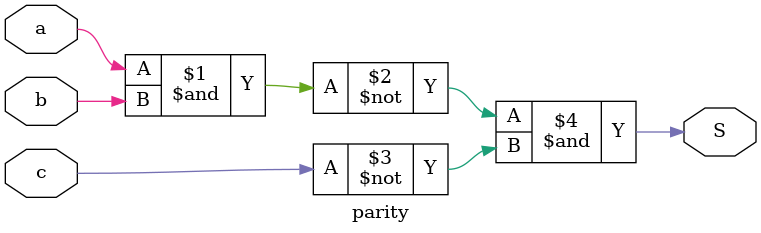
<source format=v>
module parity(
    input a, b, c,
    output S
);
    assign S = ~(a&b) & ~c;
endmodule

</source>
